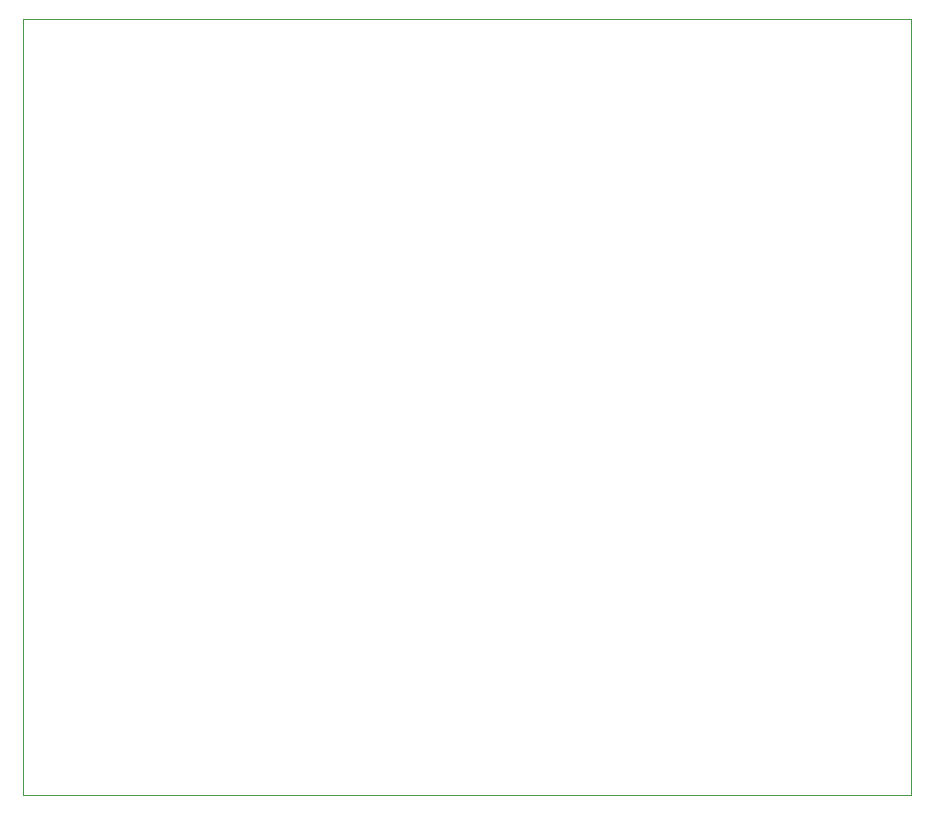
<source format=gbr>
G04 #@! TF.GenerationSoftware,KiCad,Pcbnew,8.0.8*
G04 #@! TF.CreationDate,2025-03-03T11:47:27-06:00*
G04 #@! TF.ProjectId,Group_29_Handheld,47726f75-705f-4323-995f-48616e646865,rev?*
G04 #@! TF.SameCoordinates,Original*
G04 #@! TF.FileFunction,Profile,NP*
%FSLAX46Y46*%
G04 Gerber Fmt 4.6, Leading zero omitted, Abs format (unit mm)*
G04 Created by KiCad (PCBNEW 8.0.8) date 2025-03-03 11:47:27*
%MOMM*%
%LPD*%
G01*
G04 APERTURE LIST*
G04 #@! TA.AperFunction,Profile*
%ADD10C,0.050000*%
G04 #@! TD*
G04 APERTURE END LIST*
D10*
X98425000Y-23143000D02*
X173672500Y-23143000D01*
X173672500Y-88836500D01*
X98425000Y-88836500D01*
X98425000Y-23143000D01*
M02*

</source>
